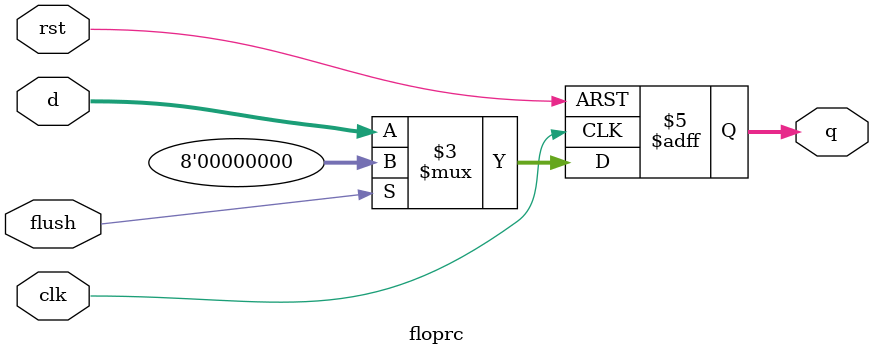
<source format=v>
`timescale 1ns / 1ps


//floprc #(5) r4E(clk,rst,flushE,rsD,rsE);

module floprc #(parameter WIDTH = 8)(
	input wire clk,rst,flush,
	input wire [WIDTH-1:0] d,
	output reg [WIDTH-1:0] q
    );

	always @(posedge clk or posedge rst) begin
		if(rst) begin
			q <= 0;
		end

		else if(flush) begin
			q <= 0;
		end

		else begin
			q <= d;
		end
	end
endmodule

</source>
